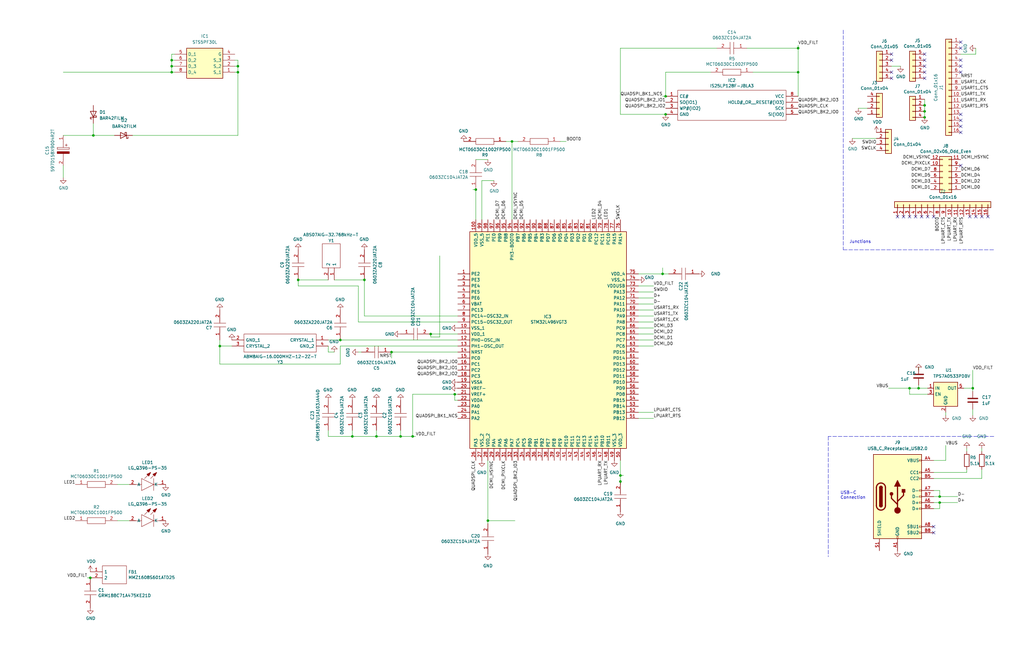
<source format=kicad_sch>
(kicad_sch (version 20231120) (generator "eeschema") (generator_version "8.0")
  (paper "User" 431.8 279.4)
  (junction (at 158.75 184.15))
  (junction (at 125.73 118.11))
  (junction (at 261.62 200.66))
  (junction (at 173.99 184.15))
  (junction (at 279.4 115.57))
  (junction (at 387.35 163.83))
  (junction (at 100.33 30.48))
  (junction (at 181.61 140.97))
  (junction (at 280.67 40.64))
  (junction (at 72.39 25.4))
  (junction (at 200.66 80.01))
  (junction (at 39.37 57.15))
  (junction (at 165.1 148.59))
  (junction (at 100.33 27.94))
  (junction (at 215.9 59.69))
  (junction (at 38.1 243.84))
  (junction (at 168.91 184.15))
  (junction (at 396.24 209.55))
  (junction (at 389.89 49.53))
  (junction (at 153.67 118.11))
  (junction (at 383.54 163.83))
  (junction (at 280.67 48.26))
  (junction (at 389.89 46.99))
  (junction (at 389.89 44.45))
  (junction (at 191.77 166.37))
  (junction (at 143.51 143.51))
  (junction (at 410.21 163.83))
  (junction (at 92.71 146.05))
  (junction (at 72.39 30.48))
  (junction (at 72.39 27.94))
  (junction (at 261.62 203.2))
  (junction (at 396.24 212.09))
  (junction (at 148.59 184.15))
  (junction (at 336.55 20.32))
  (junction (at 205.74 219.71))
  (junction (at 336.55 30.48))
  (no_connect (at 393.7 91.44))
  (no_connect (at 405.13 69.85))
  (no_connect (at 414.02 91.44))
  (no_connect (at 405.13 50.8))
  (no_connect (at 405.13 27.94))
  (no_connect (at 389.89 22.86))
  (no_connect (at 389.89 33.02))
  (no_connect (at 391.16 91.44))
  (no_connect (at 416.56 91.44))
  (no_connect (at 386.08 91.44))
  (no_connect (at 383.54 91.44))
  (no_connect (at 375.92 33.02))
  (no_connect (at 375.92 25.4))
  (no_connect (at 405.13 30.48))
  (no_connect (at 405.13 17.78))
  (no_connect (at 393.7 224.79))
  (no_connect (at 393.7 222.25))
  (no_connect (at 388.62 91.44))
  (no_connect (at 378.46 91.44))
  (no_connect (at 411.48 91.44))
  (no_connect (at 405.13 48.26))
  (no_connect (at 375.92 30.48))
  (no_connect (at 389.89 27.94))
  (no_connect (at 405.13 55.88))
  (no_connect (at 408.94 91.44))
  (no_connect (at 375.92 22.86))
  (no_connect (at 405.13 25.4))
  (no_connect (at 381 91.44))
  (no_connect (at 405.13 20.32))
  (no_connect (at 389.89 25.4))
  (no_connect (at 389.89 30.48))
  (no_connect (at 405.13 53.34))
  (wire (pts (xy 389.89 49.53) (xy 389.89 46.99)))
  (wire (pts (xy 100.33 30.48) (xy 99.06 30.48)))
  (wire (pts (xy 165.1 151.13) (xy 165.1 148.59)))
  (wire (pts (xy 359.41 58.42) (xy 369.57 58.42)))
  (wire (pts (xy 261.62 48.26) (xy 261.62 20.32)))
  (wire (pts (xy 173.99 184.15) (xy 168.91 184.15)))
  (wire (pts (xy 396.24 212.09) (xy 403.86 212.09)))
  (wire (pts (xy 72.39 27.94) (xy 73.66 27.94)))
  (wire (pts (xy 39.37 57.15) (xy 48.26 57.15)))
  (wire (pts (xy 143.51 146.05) (xy 193.04 146.05)))
  (wire (pts (xy 410.21 163.83) (xy 410.21 165.1)))
  (wire (pts (xy 383.54 166.37) (xy 383.54 163.83)))
  (wire (pts (xy 38.1 243.84) (xy 36.83 243.84)))
  (wire (pts (xy 200.66 80.01) (xy 199.39 80.01)))
  (wire (pts (xy 261.62 200.66) (xy 262.89 200.66)))
  (polyline (pts (xy 349.25 184.15) (xy 349.25 234.95)) (stroke (width 0) (type dash)))
  (wire (pts (xy 275.59 143.51) (xy 269.24 143.51)))
  (wire (pts (xy 391.16 166.37) (xy 383.54 166.37)))
  (wire (pts (xy 275.59 125.73) (xy 269.24 125.73)))
  (wire (pts (xy 275.59 130.81) (xy 269.24 130.81)))
  (wire (pts (xy 280.67 40.64) (xy 279.4 40.64)))
  (wire (pts (xy 215.9 59.69) (xy 215.9 92.71)))
  (wire (pts (xy 72.39 25.4) (xy 73.66 25.4)))
  (polyline (pts (xy 355.6 105.41) (xy 419.1 105.41)) (stroke (width 0) (type dash)))
  (wire (pts (xy 205.74 219.71) (xy 217.17 219.71)))
  (wire (pts (xy 151.13 135.89) (xy 193.04 135.89)))
  (wire (pts (xy 72.39 25.4) (xy 72.39 27.94)))
  (wire (pts (xy 200.66 67.31) (xy 205.74 67.31)))
  (wire (pts (xy 396.24 209.55) (xy 403.86 209.55)))
  (wire (pts (xy 275.59 133.35) (xy 269.24 133.35)))
  (wire (pts (xy 100.33 27.94) (xy 100.33 30.48)))
  (wire (pts (xy 407.67 189.23) (xy 407.67 190.5)))
  (wire (pts (xy 215.9 59.69) (xy 218.44 59.69)))
  (wire (pts (xy 151.13 148.59) (xy 152.4 148.59)))
  (wire (pts (xy 72.39 30.48) (xy 73.66 30.48)))
  (wire (pts (xy 191.77 166.37) (xy 193.04 166.37)))
  (wire (pts (xy 393.7 194.31) (xy 398.78 194.31)))
  (wire (pts (xy 275.59 173.99) (xy 269.24 173.99)))
  (wire (pts (xy 336.55 20.32) (xy 336.55 30.48)))
  (wire (pts (xy 407.67 199.39) (xy 407.67 198.12)))
  (wire (pts (xy 181.61 142.24) (xy 181.61 140.97)))
  (wire (pts (xy 261.62 20.32) (xy 302.26 20.32)))
  (wire (pts (xy 49.53 219.71) (xy 54.61 219.71)))
  (wire (pts (xy 410.21 156.21) (xy 410.21 163.83)))
  (wire (pts (xy 336.55 40.64) (xy 336.55 30.48)))
  (wire (pts (xy 275.59 146.05) (xy 269.24 146.05)))
  (wire (pts (xy 389.89 44.45) (xy 389.89 41.91)))
  (wire (pts (xy 173.99 184.15) (xy 173.99 166.37)))
  (wire (pts (xy 138.43 118.11) (xy 125.73 118.11)))
  (wire (pts (xy 414.02 189.23) (xy 414.02 190.5)))
  (wire (pts (xy 158.75 181.61) (xy 158.75 184.15)))
  (wire (pts (xy 55.88 57.15) (xy 100.33 57.15)))
  (wire (pts (xy 39.37 52.07) (xy 39.37 57.15)))
  (wire (pts (xy 203.2 92.71) (xy 203.2 76.2)))
  (wire (pts (xy 26.67 74.93) (xy 26.67 69.85)))
  (wire (pts (xy 393.7 199.39) (xy 407.67 199.39)))
  (wire (pts (xy 398.78 175.26) (xy 398.78 173.99)))
  (wire (pts (xy 185.42 142.24) (xy 181.61 142.24)))
  (wire (pts (xy 280.67 48.26) (xy 261.62 48.26)))
  (wire (pts (xy 140.97 148.59) (xy 138.43 148.59)))
  (wire (pts (xy 398.78 194.31) (xy 398.78 187.96)))
  (wire (pts (xy 261.62 200.66) (xy 261.62 203.2)))
  (wire (pts (xy 143.51 153.67) (xy 92.71 153.67)))
  (wire (pts (xy 275.59 123.19) (xy 269.24 123.19)))
  (wire (pts (xy 379.73 27.94) (xy 375.92 27.94)))
  (wire (pts (xy 99.06 27.94) (xy 100.33 27.94)))
  (wire (pts (xy 393.7 214.63) (xy 396.24 214.63)))
  (wire (pts (xy 275.59 140.97) (xy 269.24 140.97)))
  (wire (pts (xy 275.59 135.89) (xy 269.24 135.89)))
  (polyline (pts (xy 419.1 184.15) (xy 349.25 184.15)) (stroke (width 0) (type dash)))
  (wire (pts (xy 387.35 163.83) (xy 391.16 163.83)))
  (wire (pts (xy 165.1 148.59) (xy 193.04 148.59)))
  (wire (pts (xy 205.74 194.31) (xy 205.74 219.71)))
  (wire (pts (xy 393.7 212.09) (xy 396.24 212.09)))
  (wire (pts (xy 387.35 154.94) (xy 387.35 156.21)))
  (wire (pts (xy 336.55 30.48) (xy 317.5 30.48)))
  (wire (pts (xy 97.79 146.05) (xy 92.71 146.05)))
  (wire (pts (xy 173.99 184.15) (xy 175.26 184.15)))
  (wire (pts (xy 26.67 30.48) (xy 72.39 30.48)))
  (wire (pts (xy 138.43 148.59) (xy 138.43 146.05)))
  (wire (pts (xy 73.66 22.86) (xy 72.39 22.86)))
  (wire (pts (xy 279.4 115.57) (xy 281.94 115.57)))
  (wire (pts (xy 49.53 204.47) (xy 54.61 204.47)))
  (wire (pts (xy 405.13 22.86) (xy 411.48 22.86)))
  (wire (pts (xy 92.71 146.05) (xy 92.71 143.51)))
  (wire (pts (xy 148.59 181.61) (xy 148.59 184.15)))
  (wire (pts (xy 365.76 45.72) (xy 361.95 45.72)))
  (wire (pts (xy 138.43 184.15) (xy 138.43 181.61)))
  (wire (pts (xy 191.77 168.91) (xy 191.77 166.37)))
  (wire (pts (xy 406.4 163.83) (xy 410.21 163.83)))
  (wire (pts (xy 72.39 22.86) (xy 72.39 25.4)))
  (wire (pts (xy 387.35 162.56) (xy 387.35 163.83)))
  (wire (pts (xy 153.67 118.11) (xy 140.97 118.11)))
  (wire (pts (xy 205.74 219.71) (xy 205.74 220.98)))
  (wire (pts (xy 100.33 57.15) (xy 100.33 30.48)))
  (wire (pts (xy 275.59 176.53) (xy 269.24 176.53)))
  (wire (pts (xy 191.77 166.37) (xy 173.99 166.37)))
  (wire (pts (xy 383.54 163.83) (xy 387.35 163.83)))
  (wire (pts (xy 168.91 181.61) (xy 168.91 184.15)))
  (wire (pts (xy 185.42 107.95) (xy 185.42 142.24)))
  (wire (pts (xy 374.65 163.83) (xy 383.54 163.83)))
  (wire (pts (xy 92.71 153.67) (xy 92.71 146.05)))
  (wire (pts (xy 275.59 138.43) (xy 269.24 138.43)))
  (wire (pts (xy 143.51 146.05) (xy 143.51 153.67)))
  (wire (pts (xy 280.67 30.48) (xy 299.72 30.48)))
  (wire (pts (xy 389.89 46.99) (xy 389.89 44.45)))
  (wire (pts (xy 148.59 184.15) (xy 138.43 184.15)))
  (wire (pts (xy 200.66 92.71) (xy 200.66 80.01)))
  (wire (pts (xy 275.59 128.27) (xy 269.24 128.27)))
  (wire (pts (xy 213.36 59.69) (xy 215.9 59.69)))
  (wire (pts (xy 151.13 135.89) (xy 151.13 120.65)))
  (wire (pts (xy 280.67 40.64) (xy 280.67 30.48)))
  (wire (pts (xy 414.02 201.93) (xy 414.02 198.12)))
  (wire (pts (xy 279.4 113.03) (xy 279.4 115.57)))
  (wire (pts (xy 393.7 207.01) (xy 396.24 207.01)))
  (wire (pts (xy 181.61 140.97) (xy 193.04 140.97)))
  (wire (pts (xy 125.73 120.65) (xy 125.73 118.11)))
  (wire (pts (xy 143.51 143.51) (xy 193.04 143.51)))
  (wire (pts (xy 396.24 212.09) (xy 396.24 214.63)))
  (wire (pts (xy 99.06 25.4) (xy 100.33 25.4)))
  (polyline (pts (xy 355.6 12.7) (xy 355.6 105.41)) (stroke (width 0) (type dash)))
  (wire (pts (xy 193.04 168.91) (xy 191.77 168.91)))
  (wire (pts (xy 411.48 22.86) (xy 411.48 20.32)))
  (wire (pts (xy 143.51 143.51) (xy 138.43 143.51)))
  (wire (pts (xy 396.24 209.55) (xy 393.7 209.55)))
  (wire (pts (xy 269.24 115.57) (xy 279.4 115.57)))
  (wire (pts (xy 100.33 25.4) (xy 100.33 27.94)))
  (wire (pts (xy 393.7 201.93) (xy 414.02 201.93)))
  (wire (pts (xy 261.62 203.2) (xy 261.62 204.47)))
  (wire (pts (xy 238.76 59.69) (xy 236.22 59.69)))
  (wire (pts (xy 168.91 184.15) (xy 158.75 184.15)))
  (wire (pts (xy 203.2 76.2) (xy 208.28 76.2)))
  (wire (pts (xy 151.13 120.65) (xy 125.73 120.65)))
  (wire (pts (xy 275.59 120.65) (xy 269.24 120.65)))
  (wire (pts (xy 261.62 194.31) (xy 261.62 200.66)))
  (wire (pts (xy 314.96 20.32) (xy 336.55 20.32)))
  (wire (pts (xy 410.21 175.26) (xy 410.21 172.72)))
  (wire (pts (xy 72.39 27.94) (xy 72.39 30.48)))
  (wire (pts (xy 336.55 20.32) (xy 336.55 19.05)))
  (wire (pts (xy 153.67 133.35) (xy 153.67 118.11)))
  (wire (pts (xy 153.67 133.35) (xy 193.04 133.35)))
  (wire (pts (xy 158.75 184.15) (xy 148.59 184.15)))
  (wire (pts (xy 26.67 57.15) (xy 39.37 57.15)))
  (wire (pts (xy 396.24 207.01) (xy 396.24 209.55)))
  (text "Junctions" (at 358.14 102.87 0) (effects (font (size 1.27 1.27)) (justify left bottom)))
  (text "USB-C \nConnection" (at 354.33 210.82 0) (effects (font (size 1.27 1.27)) (justify left bottom)))
  (label "LPUART_TX" (at 401.32 91.44 270))
  (label "D-" (at 403.86 209.55 0))
  (label "QUADSPI_BK2_IO0" (at 193.04 153.67 180))
  (label "QUADSPI_BK2_IO1" (at 280.67 43.18 180))
  (label "USART1_CTS" (at 405.13 38.1 0))
  (label "DCMI_D0" (at 405.13 80.01 0))
  (label "DCMI_D6" (at 405.13 72.39 0))
  (label "VDD_FILT" (at 175.26 184.15 0))
  (label "QUADSPI_BK2_IO2" (at 193.04 158.75 180))
  (label "VBUS" (at 398.78 187.96 0))
  (label "USART1_RX" (at 405.13 43.18 0))
  (label "QUADSPI_BK2_IO1" (at 193.04 156.21 180))
  (label "DCMI_PIXCLK" (at 213.36 194.31 270))
  (label "SWCLK" (at 261.62 92.71 90))
  (label "DCMI_D0" (at 275.59 146.05 0))
  (label "DCMI_D2" (at 405.13 77.47 0))
  (label "DCMI_D5" (at 220.98 92.71 90))
  (label "VDD_FILT" (at 36.83 243.84 180))
  (label "NRST" (at 405.13 33.02 0))
  (label "DCMI_D2" (at 275.59 140.97 0))
  (label "DCMI_D1" (at 392.43 80.01 180))
  (label "DCMI_PIXCLK" (at 392.43 69.85 180))
  (label "DCMI_D3" (at 392.43 77.47 180))
  (label "LED2" (at 31.75 219.71 180))
  (label "D+" (at 403.86 212.09 0))
  (label "QUADSPI_CLK" (at 200.66 194.31 270))
  (label "LPUART_RX" (at 403.86 91.44 270))
  (label "D+" (at 275.59 125.73 0))
  (label "QUADSPI_BK2_IO2" (at 280.67 45.72 180))
  (label "VBUS" (at 374.65 163.83 180))
  (label "LPUART_RTS" (at 275.59 176.53 0))
  (label "DCMI_D1" (at 275.59 143.51 0))
  (label "VDD_FILT" (at 275.59 120.65 0))
  (label "VDD_FILT" (at 336.55 19.05 0))
  (label "BOOT0" (at 396.24 91.44 270))
  (label "QUADSPI_BK2_IO3" (at 218.44 194.31 270))
  (label "QUADSPI_CLK" (at 336.55 45.72 0))
  (label "QUADSPI_BK2_IO3" (at 336.55 43.18 0))
  (label "LPUART_RTS" (at 406.4 91.44 270))
  (label "DCMI_D7" (at 392.43 72.39 180))
  (label "DCMI_VSYNC" (at 392.43 67.31 180))
  (label "VDD_FILT" (at 410.21 156.21 0))
  (label "BOOT0" (at 238.76 59.69 0))
  (label "SWDIO" (at 275.59 123.19 0))
  (label "DCMI_D4" (at 405.13 74.93 0))
  (label "DCMI_D3" (at 275.59 138.43 0))
  (label "USART1_CK" (at 405.13 35.56 0))
  (label "LPUART_TX" (at 256.54 194.31 270))
  (label "DCMI_VSYNC" (at 218.44 92.71 90))
  (label "USART1_TX" (at 275.59 133.35 0))
  (label "LED1" (at 31.75 204.47 180))
  (label "LPUART_RX" (at 254 194.31 270))
  (label "SWCLK" (at 369.57 63.5 180))
  (label "DCMI_D6" (at 213.36 92.71 90))
  (label "DCMI_D7" (at 210.82 92.71 90))
  (label "DCMI_HSYNC" (at 208.28 194.31 270))
  (label "DCMI_D5" (at 392.43 74.93 180))
  (label "DCMI_HSYNC" (at 405.13 67.31 0))
  (label "LED2" (at 251.46 92.71 90))
  (label "DCMI_D4" (at 254 92.71 90))
  (label "SWDIO" (at 369.57 60.96 180))
  (label "D-" (at 275.59 128.27 0))
  (label "USART1_TX" (at 405.13 40.64 0))
  (label "USART1_RTS" (at 405.13 45.72 0))
  (label "USART1_CK" (at 275.59 135.89 0))
  (label "LPUART_CTS" (at 275.59 173.99 0))
  (label "QUADSPI_BK2_IO0" (at 336.55 48.26 0))
  (label "LED1" (at 256.54 92.71 90))
  (label "USART1_RX" (at 275.59 130.81 0))
  (label "NRST" (at 165.1 151.13 180))
  (label "LPUART_CTS" (at 398.78 91.44 270))
  (label "QUADSPI_BK1_NCS" (at 193.04 176.53 180))
  (label "QUADSPI_BK1_NCS" (at 279.4 40.64 180))
  (symbol (lib_id "ta-expt:597D158X9004R2T") (at 26.67 57.15 270) (unit 1)
    (property "Reference" "C15" (at 19.8882 63.5 0))
    (property "Value" "597D158X9004R2T" (at 22.1996 63.5 0))
    (property "Footprint" "ta-expt:CAPPC5660X400N" (effects (hide yes)))
    (property "Datasheet" "http://www.vishay.com/doc?40047" (effects (hide yes)))
    (property "Description" "Solid Tantalum Chip Capacitors TANTAMOUNT(TM), Ultra-Low ESR, Conformal Coated, Maximum CV" (effects (hide yes)))
    (property "Height" "4" (effects (hide yes)))
    (property "Manufacturer_Name" "Vishay" (effects (hide yes)))
    (property "Manufacturer_Part_Number" "597D158X9004R2T" (effects (hide yes)))
    (property "Arrow Part Number" "597D158X9004R2T" (effects (hide yes)))
    (property "Arrow Price/Stock" "https://www.arrow.com/en/products/597d158x9004r2t/vishay" (effects (hide yes)))
    (property "Mouser Part Number" "71-597D158X9004R2T" (effects (hide yes)))
    (property "Mouser Price/Stock" "https://www.mouser.com/Search/Refine.aspx?Keyword=71-597D158X9004R2T" (effects (hide yes)))
  )
  (symbol (lib_id "power:GND") (at 26.67 74.93 0) (unit 1)
    (property "Reference" "#PWR02" (effects (hide yes)))
    (property "Value" "GND" (at 26.797 79.3242 0))
  )
  (symbol (lib_id "ta-expt:IS25LP128F-JBLA3") (at 280.67 40.64 0) (unit 1)
    (property "Reference" "IC2" (at 308.61 33.909 0))
    (property "Value" "IS25LP128F-JBLA3" (at 308.61 36.2204 0))
    (property "Footprint" "ta-expt:SOIC127P790X216-8N" (effects (hide yes)))
    (property "Datasheet" "http://www.issi.com/WW/pdf/25LP-WP128F.pdf" (effects (hide yes)))
    (property "Description" "NOR Flash 128M 2.3-3.6V 166Mhz Serial NOR Flash" (effects (hide yes)))
    (property "Height" "2.16" (effects (hide yes)))
    (property "Manufacturer_Name" "Integrated Silicon Solution Inc." (effects (hide yes)))
    (property "Manufacturer_Part_Number" "IS25LP128F-JBLA3" (effects (hide yes)))
    (property "Arrow Part Number" "IS25LP128F-JBLA3" (effects (hide yes)))
    (property "Arrow Price/Stock" "https://www.arrow.com/en/products/is25lp128f-jbla3/integrated-silicon-solution-inc" (effects (hide yes)))
    (property "Mouser Part Number" "870-IS25LP128F-JBLA3" (effects (hide yes)))
    (property "Mouser Price/Stock" "https://www.mouser.co.uk/ProductDetail/ISSI/IS25LP128F-JBLA3?qs=f9yNj16SXrJUIEEJAN4gHA%3D%3D" (effects (hide yes)))
  )
  (symbol (lib_id "ta-expt:0603ZC104JAT2A") (at 314.96 20.32 0) (mirror y) (unit 1)
    (property "Reference" "C14" (at 308.61 13.589 0))
    (property "Value" "0603ZC104JAT2A" (at 308.61 15.9004 0))
    (property "Footprint" "ta-expt:CAPC1608X90N" (effects (hide yes)))
    (property "Datasheet" "https://componentsearchengine.com/Datasheets/1/06031A100FAT2A.pdf" (effects (hide yes)))
    (property "Description" "Multilayer Ceramic Capacitors MLCC - SMD/SMT 10V .1uF X7R 0603 5%" (effects (hide yes)))
    (property "Height" "0.9" (effects (hide yes)))
    (property "Manufacturer_Name" "AVX" (effects (hide yes)))
    (property "Manufacturer_Part_Number" "0603ZC104JAT2A" (effects (hide yes)))
    (property "Arrow Part Number" "0603ZC104JAT2A" (effects (hide yes)))
    (property "Mouser Part Number" "581-0603ZC104JAT2A" (effects (hide yes)))
    (property "Mouser Price/Stock" "https://www.mouser.com/Search/Refine.aspx?Keyword=581-0603ZC104JAT2A" (effects (hide yes)))
  )
  (symbol (lib_id "ta-expt:MCT06030C1002FP500") (at 317.5 30.48 0) (mirror y) (unit 1)
    (property "Reference" "R5" (at 308.61 24.765 0))
    (property "Value" "MCT06030C1002FP500" (at 308.61 27.0764 0))
    (property "Footprint" "ta-expt:RESC1608X55N" (effects (hide yes)))
    (property "Datasheet" "http://www.vishay.com/docs/28705/mcx0x0xpro.pdf" (effects (hide yes)))
    (property "Description" "Thin Film Resistors - SMD .1W 10Kohms 1% 0603 50ppm Auto" (effects (hide yes)))
    (property "Height" "0.55" (effects (hide yes)))
    (property "Manufacturer_Name" "Vishay" (effects (hide yes)))
    (property "Manufacturer_Part_Number" "MCT06030C1002FP500" (effects (hide yes)))
    (property "Arrow Part Number" "MCT06030C1002FP500" (effects (hide yes)))
    (property "Mouser Part Number" "594-MCT06030C1002FP5" (effects (hide yes)))
    (property "Mouser Price/Stock" "https://www.mouser.co.uk/ProductDetail/Vishay-Beyschlag/MCT06030C1002FP500?qs=Wvg1umJc15zoHgIjwqoGHw%3D%3D" (effects (hide yes)))
  )
  (symbol (lib_id "Connector_Generic:Conn_01x16") (at 396.24 86.36 90) (unit 1)
    (property "Reference" "J2" (at 397.6116 80.8482 90))
    (property "Value" "Conn_01x16" (at 397.6116 83.1596 90))
    (property "Footprint" "ta-expt:PinSocket_1x16_TartanArtibeus" (effects (hide yes)))
  )
  (symbol (lib_id "Connector_Generic:Conn_01x16") (at 400.05 35.56 0) (mirror y) (unit 1)
    (property "Reference" "J1" (at 396.875 36.9316 90))
    (property "Value" "Conn_01x16" (at 394.5636 36.9316 90))
    (property "Footprint" "ta-expt:PinSocket_1x16_TartanArtibeus" (effects (hide yes)))
  )
  (symbol (lib_id "power:GND") (at 411.48 20.32 270) (unit 1)
    (property "Reference" "#PWR031" (effects (hide yes)))
    (property "Value" "GND" (at 407.0858 20.447 0))
  )
  (symbol (lib_id "Connector_Generic:Conn_02x06_Odd_Even") (at 400.05 74.93 180) (unit 1)
    (property "Reference" "J8" (at 398.78 61.595 0))
    (property "Value" "Conn_02x06_Odd_Even" (at 398.78 63.9064 0))
    (property "Footprint" "ta-expt:PinSocket_6x2_TartanArtibeus" (effects (hide yes)))
  )
  (symbol (lib_id "ta-expt:MCT06030C1001FP500") (at 31.75 204.47 0) (unit 1)
    (property "Reference" "R1" (at 40.64 198.755 0))
    (property "Value" "MCT06030C1001FP500" (at 40.64 201.0664 0))
    (property "Footprint" "ta-expt:RESC1608X55N" (effects (hide yes)))
    (property "Datasheet" "http://www.vishay.com/docs/28705/mcx0x0xpro.pdf" (effects (hide yes)))
    (property "Description" "Thin Film Resistors - SMD .1W 1Kohm 1% 0603 50ppm Auto" (effects (hide yes)))
    (property "Height" "0.55" (effects (hide yes)))
    (property "Manufacturer_Name" "Vishay" (effects (hide yes)))
    (property "Manufacturer_Part_Number" "MCT06030C1001FP500" (effects (hide yes)))
    (property "Arrow Part Number" "MCT06030C1001FP500" (effects (hide yes)))
    (property "Mouser Part Number" "594-MCT06030C1001FP5" (effects (hide yes)))
    (property "Mouser Price/Stock" "https://www.mouser.co.uk/ProductDetail/Vishay-Beyschlag/MCT06030C1001FP500?qs=7ZE6F4QMOBbsjeUdqW8cwA%3D%3D" (effects (hide yes)))
  )
  (symbol (lib_id "ta-expt:MCT06030C1001FP500") (at 31.75 219.71 0) (unit 1)
    (property "Reference" "R2" (at 40.64 213.995 0))
    (property "Value" "MCT06030C1001FP500" (at 40.64 216.3064 0))
    (property "Footprint" "ta-expt:RESC1608X55N" (effects (hide yes)))
    (property "Datasheet" "http://www.vishay.com/docs/28705/mcx0x0xpro.pdf" (effects (hide yes)))
    (property "Description" "Thin Film Resistors - SMD .1W 1Kohm 1% 0603 50ppm Auto" (effects (hide yes)))
    (property "Height" "0.55" (effects (hide yes)))
    (property "Manufacturer_Name" "Vishay" (effects (hide yes)))
    (property "Manufacturer_Part_Number" "MCT06030C1001FP500" (effects (hide yes)))
    (property "Arrow Part Number" "MCT06030C1001FP500" (effects (hide yes)))
    (property "Mouser Part Number" "594-MCT06030C1001FP5" (effects (hide yes)))
    (property "Mouser Price/Stock" "https://www.mouser.co.uk/ProductDetail/Vishay-Beyschlag/MCT06030C1001FP500?qs=7ZE6F4QMOBbsjeUdqW8cwA%3D%3D" (effects (hide yes)))
  )
  (symbol (lib_id "ta-expt:LG_Q396-PS-35") (at 69.85 204.47 0) (mirror y) (unit 1)
    (property "Reference" "LED1" (at 62.23 195.1482 0))
    (property "Value" "LG_Q396-PS-35" (at 62.23 197.4596 0))
    (property "Footprint" "ta-expt:LGQ396PS35" (effects (hide yes)))
    (property "Datasheet" "https://mouser.componentsearchengine.com/Datasheets/2/LG%20Q396-PS-35.pdf" (effects (hide yes)))
    (property "Description" "CHIPLED 0603 GREEN" (effects (hide yes)))
    (property "Height" "0.4" (effects (hide yes)))
    (property "Manufacturer_Name" "OSRAM" (effects (hide yes)))
    (property "Manufacturer_Part_Number" "LG Q396-PS-35" (effects (hide yes)))
    (property "Arrow Part Number" "LG Q396-PS-35" (effects (hide yes)))
    (property "Arrow Price/Stock" "https://www.arrow.com/en/products/lgq396-ps-35/osram-opto-semiconductors" (effects (hide yes)))
    (property "Mouser Part Number" "720-LGQ396A3964" (effects (hide yes)))
    (property "Mouser Price/Stock" "https://www.mouser.co.uk/ProductDetail/OSRAM-Opto-Semiconductors/LG-Q396-PS-35?qs=xC%252BE9h5iuX5%252BCocujXxOpw%3D%3D" (effects (hide yes)))
  )
  (symbol (lib_id "power:GND") (at 69.85 204.47 0) (unit 1)
    (property "Reference" "#PWR06" (effects (hide yes)))
    (property "Value" "GND" (at 69.977 208.8642 0))
  )
  (symbol (lib_id "ta-expt:LG_Q396-PS-35") (at 69.85 219.71 0) (mirror y) (unit 1)
    (property "Reference" "LED2" (at 62.23 210.3882 0))
    (property "Value" "LG_Q396-PS-35" (at 62.23 212.6996 0))
    (property "Footprint" "ta-expt:LGQ396PS35" (effects (hide yes)))
    (property "Datasheet" "https://mouser.componentsearchengine.com/Datasheets/2/LG%20Q396-PS-35.pdf" (effects (hide yes)))
    (property "Description" "CHIPLED 0603 GREEN" (effects (hide yes)))
    (property "Height" "0.4" (effects (hide yes)))
    (property "Manufacturer_Name" "OSRAM" (effects (hide yes)))
    (property "Manufacturer_Part_Number" "LG Q396-PS-35" (effects (hide yes)))
    (property "Arrow Part Number" "LG Q396-PS-35" (effects (hide yes)))
    (property "Arrow Price/Stock" "https://www.arrow.com/en/products/lgq396-ps-35/osram-opto-semiconductors" (effects (hide yes)))
    (property "Mouser Part Number" "720-LGQ396A3964" (effects (hide yes)))
    (property "Mouser Price/Stock" "https://www.mouser.co.uk/ProductDetail/OSRAM-Opto-Semiconductors/LG-Q396-PS-35?qs=xC%252BE9h5iuX5%252BCocujXxOpw%3D%3D" (effects (hide yes)))
  )
  (symbol (lib_id "power:GND") (at 69.85 219.71 0) (unit 1)
    (property "Reference" "#PWR07" (effects (hide yes)))
    (property "Value" "GND" (at 69.977 224.1042 0))
  )
  (symbol (lib_id "Connector_Generic:Conn_01x04") (at 374.65 58.42 0) (unit 1)
    (property "Reference" "J4" (at 376.682 58.6232 0) (effects (justify left)))
    (property "Value" "Conn_01x04" (at 376.682 60.9346 0) (effects (justify left)))
    (property "Footprint" "ta-expt:PinSocket_4x1_TartanArtibeus" (effects (hide yes)))
  )
  (symbol (lib_id "power:GND") (at 359.41 58.42 0) (unit 1)
    (property "Reference" "#PWR01" (effects (hide yes)))
    (property "Value" "GND" (at 359.537 62.8142 0))
  )
  (symbol (lib_id "Connector_Generic:Conn_01x04") (at 370.84 45.72 0) (mirror x) (unit 1)
    (property "Reference" "J3" (at 368.7572 34.925 0))
    (property "Value" "Conn_01x04" (at 368.7572 37.2364 0))
    (property "Footprint" "ta-expt:PinSocket_4x1_TartanArtibeus" (effects (hide yes)))
  )
  (symbol (lib_id "power:VDD") (at 369.57 55.88 0) (unit 1)
    (property "Reference" "#PWR03" (effects (hide yes)))
    (property "Value" "VDD" (at 369.951 51.4858 0))
  )
  (symbol (lib_id "ta-expt:MMZ1608S601ATD25") (at 38.1 241.3 0) (unit 1)
    (property "Reference" "FB1" (at 54.0512 241.4016 0) (effects (justify left)))
    (property "Value" "MMZ1608S601ATD25" (at 54.0512 243.713 0) (effects (justify left)))
    (property "Footprint" "ta-expt:BEADC1608X95N" (effects (hide yes)))
    (property "Datasheet" "https://datasheet.datasheetarchive.com/originals/dk/DKDS-25/489214.pdf" (effects (hide yes)))
    (property "Description" "Ferrite Beads Multi-Layer 600Ohm 25% 100MHz 500mA 350mOhm DCR 0603 Automotive T/R" (effects (hide yes)))
    (property "Height" "0.95" (effects (hide yes)))
    (property "Manufacturer_Name" "TDK" (effects (hide yes)))
    (property "Manufacturer_Part_Number" "MMZ1608S601ATD25" (effects (hide yes)))
    (property "Arrow Part Number" "MMZ1608S601ATD25" (effects (hide yes)))
    (property "Arrow Price/Stock" "https://www.arrow.com/en/products/mmz1608s601atd25/tdk" (effects (hide yes)))
    (property "Mouser Part Number" "810-MMZ1608S601ATD25" (effects (hide yes)))
    (property "Mouser Price/Stock" "https://www.mouser.com/Search/Refine.aspx?Keyword=810-MMZ1608S601ATD25" (effects (hide yes)))
  )
  (symbol (lib_id "Connector_Generic:Conn_01x05") (at 384.81 27.94 180) (unit 1)
    (property "Reference" "J5" (at 386.8928 17.145 0))
    (property "Value" "Conn_01x05" (at 386.8928 19.4564 0))
    (property "Footprint" "ta-expt:PinSocket_1x5_TartanArtibeus" (effects (hide yes)))
  )
  (symbol (lib_id "ta-expt:GRM188C71A475KE21D") (at 38.1 243.84 270) (unit 1)
    (property "Reference" "C1" (at 41.3512 249.0216 90) (effects (justify left)))
    (property "Value" "GRM188C71A475KE21D" (at 41.3512 251.333 90) (effects (justify left)))
    (property "Footprint" "ta-expt:CAPC1608X90N" (effects (hide yes)))
    (property "Description" "Multilayer Ceramic Capacitors MLCC - SMD/SMT" (effects (hide yes)))
    (property "Height" "0.9" (effects (hide yes)))
    (property "Manufacturer_Name" "Murata Electronics" (effects (hide yes)))
    (property "Manufacturer_Part_Number" "GRM188C71A475KE21D" (effects (hide yes)))
    (property "Arrow Part Number" "GRM188C71A475KE21D" (effects (hide yes)))
    (property "Mouser Part Number" "81-GRM188C71A475KE2D" (effects (hide yes)))
    (property "Mouser Price/Stock" "https://www.mouser.com/Search/Refine.aspx?Keyword=81-GRM188C71A475KE2D" (effects (hide yes)))
  )
  (symbol (lib_id "power:GND") (at 38.1 256.54 0) (unit 1)
    (property "Reference" "#PWR09" (effects (hide yes)))
    (property "Value" "GND" (at 38.227 260.9342 0))
  )
  (symbol (lib_id "power:VDD") (at 38.1 241.3 0) (unit 1)
    (property "Reference" "#PWR08" (effects (hide yes)))
    (property "Value" "VDD" (at 38.481 236.9058 0))
  )
  (symbol (lib_id "Connector_Generic:Conn_01x05") (at 370.84 27.94 0) (mirror y) (unit 1)
    (property "Reference" "J6" (at 372.9228 17.3482 0))
    (property "Value" "Conn_01x05" (at 372.9228 19.6596 0))
    (property "Footprint" "ta-expt:PinSocket_1x5_TartanArtibeus" (effects (hide yes)))
  )
  (symbol (lib_id "power:GND") (at 361.95 45.72 0) (unit 1)
    (property "Reference" "#PWR032" (effects (hide yes)))
    (property "Value" "GND" (at 362.077 50.1142 0))
  )
  (symbol (lib_id "power:GND") (at 379.73 27.94 0) (unit 1)
    (property "Reference" "#PWR033" (effects (hide yes)))
    (property "Value" "GND" (at 379.857 32.3342 0))
  )
  (symbol (lib_id "power:GND") (at 280.67 48.26 0) (unit 1)
    (property "Reference" "#PWR029" (effects (hide yes)))
    (property "Value" "GND" (at 280.797 52.6542 0))
  )
  (symbol (lib_id "Connector_Generic:Conn_01x04") (at 384.81 44.45 0) (mirror y) (unit 1)
    (property "Reference" "J7" (at 386.8928 36.3982 0))
    (property "Value" "Conn_01x04" (at 386.8928 38.7096 0))
    (property "Footprint" "ta-expt:MountingHoles_TartanArtibeus" (effects (hide yes)))
  )
  (symbol (lib_id "power:GND") (at 389.89 49.53 0) (unit 1)
    (property "Reference" "#PWR030" (effects (hide yes)))
    (property "Value" "GND" (at 390.017 53.9242 0))
  )
  (symbol (lib_id "ta-expt:0603ZC105JAT2A") (at 168.91 181.61 90) (unit 1)
    (property "Reference" "C2" (at 162.179 175.26 0))
    (property "Value" "0603ZC105JAT2A" (at 164.4904 175.26 0))
    (property "Footprint" "ta-expt:CAPC1608X90N" (effects (hide yes)))
    (property "Datasheet" "https://componentsearchengine.com/Datasheets/1/06031A100FAT2A.pdf" (effects (hide yes)))
    (property "Description" "Multilayer Ceramic Capacitors MLCC - SMD/SMT FACTORY NOT ACCEPTING ORDERS" (effects (hide yes)))
    (property "Height" "0.9" (effects (hide yes)))
    (property "Manufacturer_Name" "AVX" (effects (hide yes)))
    (property "Manufacturer_Part_Number" "0603ZC105JAT2A" (effects (hide yes)))
    (property "Arrow Part Number" "0603ZC105JAT2A" (effects (hide yes)))
    (property "Arrow Price/Stock" "https://www.arrow.com/en/products/0603zc105jat2a/avx" (effects (hide yes)))
    (property "Mouser Part Number" "581-0603ZC105JAT2A" (effects (hide yes)))
    (property "Mouser Price/Stock" "https://www.mouser.com/Search/Refine.aspx?Keyword=581-0603ZC105JAT2A" (effects (hide yes)))
  )
  (symbol (lib_id "ta-expt:0603ZC104JAT2A") (at 205.74 233.68 270) (mirror x) (unit 1)
    (property "Reference" "C20" (at 202.4888 226.1616 90) (effects (justify right)))
    (property "Value" "0603ZC104JAT2A" (at 202.4888 228.473 90) (effects (justify right)))
    (property "Footprint" "ta-expt:CAPC1608X90N" (effects (hide yes)))
    (property "Datasheet" "https://componentsearchengine.com/Datasheets/1/06031A100FAT2A.pdf" (effects (hide yes)))
    (property "Description" "Multilayer Ceramic Capacitors MLCC - SMD/SMT 10V .1uF X7R 0603 5%" (effects (hide yes)))
    (property "Height" "0.9" (effects (hide yes)))
    (property "Manufacturer_Name" "AVX" (effects (hide yes)))
    (property "Manufacturer_Part_Number" "0603ZC104JAT2A" (effects (hide yes)))
    (property "Arrow Part Number" "0603ZC104JAT2A" (effects (hide yes)))
    (property "Mouser Part Number" "581-0603ZC104JAT2A" (effects (hide yes)))
    (property "Mouser Price/Stock" "https://www.mouser.com/Search/Refine.aspx?Keyword=581-0603ZC104JAT2A" (effects (hide yes)))
  )
  (symbol (lib_id "ta-expt:0603ZA220JAT2A") (at 125.73 118.11 90) (unit 1)
    (property "Reference" "C9" (at 118.999 111.76 0))
    (property "Value" "0603ZA220JAT2A" (at 121.3104 111.76 0))
    (property "Footprint" "ta-expt:CAPC1608X90N" (effects (hide yes)))
    (property "Datasheet" "https://componentsearchengine.com/Datasheets/1/06031A100FAT2A.pdf" (effects (hide yes)))
    (property "Description" "Multilayer Ceramic Capacitors MLCC - SMD/SMT 10V 22pF C0G 0603 5% Tol" (effects (hide yes)))
    (property "Height" "0.9" (effects (hide yes)))
    (property "Manufacturer_Name" "AVX" (effects (hide yes)))
    (property "Manufacturer_Part_Number" "0603ZA220JAT2A" (effects (hide yes)))
    (property "Arrow Part Number" "0603ZA220JAT2A" (effects (hide yes)))
    (property "Arrow Price/Stock" "https://www.arrow.com/en/products/0603za220jat2a/avx" (effects (hide yes)))
    (property "Mouser Part Number" "581-0603ZA220JAT2A" (effects (hide yes)))
    (property "Mouser Price/Stock" "https://www.mouser.com/Search/Refine.aspx?Keyword=581-0603ZA220JAT2A" (effects (hide yes)))
  )
  (symbol (lib_id "Device:R") (at 407.67 194.31 0) (unit 1)
    (property "Reference" "R6" (at 408.94 193.04 0) (effects (justify left)))
    (property "Value" "5.1k" (at 408.94 195.58 0) (effects (justify left)))
    (property "Footprint" "ta-expt:RESC1608X55N" (effects (hide yes)))
    (property "Datasheet" "MCT06030C5101FP500" (effects (hide yes)))
  )
  (symbol (lib_id "power:GND") (at 168.91 168.91 180) (unit 1)
    (property "Reference" "#PWR012" (effects (hide yes)))
    (property "Value" "GND" (at 168.783 164.5158 0))
  )
  (symbol (lib_name "GND_1") (lib_id "power:GND") (at 168.91 140.97 270) (unit 1)
    (property "Reference" "#PWR041" (effects (hide yes)))
    (property "Value" "GND" (at 166.37 140.9699 90) (effects (justify right)))
    (property "Description" "Power symbol creates a global label with name \"GND\" , ground" (effects (hide yes)))
  )
  (symbol (lib_id "ta-expt:0603ZC104JAT2A") (at 200.66 80.01 270) (mirror x) (unit 1)
    (property "Reference" "C18" (at 197.4088 72.4916 90) (effects (justify right)))
    (property "Value" "0603ZC104JAT2A" (at 197.4088 74.803 90) (effects (justify right)))
    (property "Footprint" "ta-expt:CAPC1608X90N" (effects (hide yes)))
    (property "Datasheet" "https://componentsearchengine.com/Datasheets/1/06031A100FAT2A.pdf" (effects (hide yes)))
    (property "Description" "Multilayer Ceramic Capacitors MLCC - SMD/SMT 10V .1uF X7R 0603 5%" (effects (hide yes)))
    (property "Height" "0.9" (effects (hide yes)))
    (property "Manufacturer_Name" "AVX" (effects (hide yes)))
    (property "Manufacturer_Part_Number" "0603ZC104JAT2A" (effects (hide yes)))
    (property "Arrow Part Number" "0603ZC104JAT2A" (effects (hide yes)))
    (property "Mouser Part Number" "581-0603ZC104JAT2A" (effects (hide yes)))
    (property "Mouser Price/Stock" "https://www.mouser.com/Search/Refine.aspx?Keyword=581-0603ZC104JAT2A" (effects (hide yes)))
  )
  (symbol (lib_id "ta-expt:0603ZC104JAT2A") (at 165.1 148.59 180) (unit 1)
    (property "Reference" "C5" (at 158.75 155.321 0))
    (property "Value" "0603ZC104JAT2A" (at 158.75 153.0096 0))
    (property "Footprint" "ta-expt:CAPC1608X90N" (effects (hide yes)))
    (property "Datasheet" "https://componentsearchengine.com/Datasheets/1/06031A100FAT2A.pdf" (effects (hide yes)))
    (property "Description" "Multilayer Ceramic Capacitors MLCC - SMD/SMT 10V .1uF X7R 0603 5%" (effects (hide yes)))
    (property "Height" "0.9" (effects (hide yes)))
    (property "Manufacturer_Name" "AVX" (effects (hide yes)))
    (property "Manufacturer_Part_Number" "0603ZC104JAT2A" (effects (hide yes)))
    (property "Arrow Part Number" "0603ZC104JAT2A" (effects (hide yes)))
    (property "Mouser Part Number" "581-0603ZC104JAT2A" (effects (hide yes)))
    (property "Mouser Price/Stock" "https://www.mouser.com/Search/Refine.aspx?Keyword=581-0603ZC104JAT2A" (effects (hide yes)))
  )
  (symbol (lib_id "power:GND") (at 387.35 156.21 180) (unit 1)
    (property "Reference" "#PWR0105" (effects (hide yes)))
    (property "Value" "GND" (at 389.89 154.9399 0) (effects (justify right)))
  )
  (symbol (lib_id "Diode:BAR42FILM") (at 39.37 48.26 90) (unit 1)
    (property "Reference" "D1" (at 41.91 47.3074 90) (effects (justify right)))
    (property "Value" "BAR42FILM" (at 41.91 49.8474 90) (effects (justify right)))
    (property "Footprint" "Package_TO_SOT_SMD:SOT-23" (effects (hide yes)))
    (property "Datasheet" "www.st.com/resource/en/datasheet/bar42.pdf" (effects (hide yes)))
    (property "Description" "30V 0.1A Small signal Schottky diode, SOT-23" (effects (hide yes)))
  )
  (symbol (lib_id "power:GND") (at 143.51 130.81 180) (unit 1)
    (property "Reference" "#PWR017" (effects (hide yes)))
    (property "Value" "GND" (at 143.383 126.4158 0))
  )
  (symbol (lib_name "GND_1") (lib_id "power:GND") (at 294.64 115.57 90) (unit 1)
    (property "Reference" "#PWR042" (effects (hide yes)))
    (property "Value" "GND" (at 299.72 115.5699 90) (effects (justify right)))
    (property "Description" "Power symbol creates a global label with name \"GND\" , ground" (effects (hide yes)))
  )
  (symbol (lib_id "STS5PF30L:STS5PF30L") (at 99.06 30.48 180) (unit 1)
    (property "Reference" "IC1" (at 86.36 15.24 0))
    (property "Value" "STS5PF30L" (at 86.36 17.78 0))
    (property "Footprint" "SOIC127P600X175-8N" (effects (hide yes)))
    (property "Datasheet" "http://www.st.com/st-web-ui/static/active/en/resource/technical/document/datasheet/CD00001945.pdf" (effects (hide yes)))
    (property "Description" "STS5PF30L, P-channel MOSFET Transistor 5A 30V, 8-Pin SO" (effects (hide yes)))
    (property "Height" "1.75" (effects (hide yes)))
    (property "Manufacturer_Name" "STMicroelectronics" (effects (hide yes)))
    (property "Manufacturer_Part_Number" "STS5PF30L" (effects (hide yes)))
    (property "Mouser Part Number" "511-STS5PF30L" (effects (hide yes)))
    (property "Mouser Price/Stock" "https://www.mouser.com/Search/Refine.aspx?Keyword=511-STS5PF30L" (effects (hide yes)))
    (property "Arrow Part Number" "STS5PF30L" (effects (hide yes)))
    (property "Arrow Price/Stock" "https://www.arrow.com/en/products/sts5pf30l/stmicroelectronics" (effects (hide yes)))
  )
  (symbol (lib_id "ta-expt:MCT06030C1002FP500") (at 213.36 59.69 180) (unit 1)
    (property "Reference" "R9" (at 204.47 65.405 0))
    (property "Value" "MCT06030C1002FP500" (at 204.47 63.0936 0))
    (property "Footprint" "ta-expt:RESC1608X55N" (effects (hide yes)))
    (property "Datasheet" "http://www.vishay.com/docs/28705/mcx0x0xpro.pdf" (effects (hide yes)))
    (property "Description" "Thin Film Resistors - SMD .1W 10Kohms 1% 0603 50ppm Auto" (effects (hide yes)))
    (property "Height" "0.55" (effects (hide yes)))
    (property "Manufacturer_Name" "Vishay" (effects (hide yes)))
    (property "Manufacturer_Part_Number" "MCT06030C1002FP500" (effects (hide yes)))
    (property "Arrow Part Number" "MCT06030C1002FP500" (effects (hide yes)))
    (property "Mouser Part Number" "594-MCT06030C1002FP5" (effects (hide yes)))
    (property "Mouser Price/Stock" "https://www.mouser.co.uk/ProductDetail/Vishay-Beyschlag/MCT06030C1002FP500?qs=Wvg1umJc15zoHgIjwqoGHw%3D%3D" (effects (hide yes)))
  )
  (symbol (lib_id "power:GND") (at 153.67 105.41 180) (unit 1)
    (property "Reference" "#PWR019" (effects (hide yes)))
    (property "Value" "GND" (at 153.543 101.0158 0))
  )
  (symbol (lib_id "power:GND") (at 414.02 189.23 180) (unit 1)
    (property "Reference" "#PWR0101" (effects (hide yes)))
    (property "Value" "GND" (at 414.02 184.15 0))
  )
  (symbol (lib_name "GND_1") (lib_id "power:GND") (at 203.2 194.31 0) (unit 1)
    (property "Reference" "#PWR037" (effects (hide yes)))
    (property "Value" "GND" (at 203.2 199.39 0))
    (property "Description" "Power symbol creates a global label with name \"GND\" , ground" (effects (hide yes)))
  )
  (symbol (lib_id "power:GND") (at 92.71 130.81 180) (unit 1)
    (property "Reference" "#PWR023" (effects (hide yes)))
    (property "Value" "GND" (at 92.583 126.4158 0))
  )
  (symbol (lib_id "power:GND") (at 125.73 105.41 180) (unit 1)
    (property "Reference" "#PWR021" (effects (hide yes)))
    (property "Value" "GND" (at 125.603 101.0158 0))
  )
  (symbol (lib_id "power:GND") (at 195.58 59.69 180) (unit 1)
    (property "Reference" "#PWR011" (effects (hide yes)))
    (property "Value" "GND" (at 195.453 55.2958 0))
  )
  (symbol (lib_id "Regulator_Linear:TPS7A0533PDBV") (at 398.78 166.37 0) (unit 1)
    (property "Reference" "U1" (at 400.05 156.21 0))
    (property "Value" "TPS7A0533PDBV" (at 401.32 158.75 0))
    (property "Footprint" "Package_TO_SOT_SMD:SOT-23-5" (effects (hide yes)))
    (property "Datasheet" "https://www.ti.com/lit/ds/symlink/tps7a05.pdf" (effects (hide yes)))
  )
  (symbol (lib_id "power:GND") (at 148.59 168.91 180) (unit 1)
    (property "Reference" "#PWR014" (effects (hide yes)))
    (property "Value" "GND" (at 148.463 164.5158 0))
  )
  (symbol (lib_id "ta-expt:0603ZC104JAT2A") (at 294.64 115.57 0) (mirror y) (unit 1)
    (property "Reference" "C22" (at 287.1216 118.8212 90) (effects (justify right)))
    (property "Value" "0603ZC104JAT2A" (at 289.433 118.8212 90) (effects (justify right)))
    (property "Footprint" "ta-expt:CAPC1608X90N" (effects (hide yes)))
    (property "Datasheet" "https://componentsearchengine.com/Datasheets/1/06031A100FAT2A.pdf" (effects (hide yes)))
    (property "Description" "Multilayer Ceramic Capacitors MLCC - SMD/SMT 10V .1uF X7R 0603 5%" (effects (hide yes)))
    (property "Height" "0.9" (effects (hide yes)))
    (property "Manufacturer_Name" "AVX" (effects (hide yes)))
    (property "Manufacturer_Part_Number" "0603ZC104JAT2A" (effects (hide yes)))
    (property "Arrow Part Number" "0603ZC104JAT2A" (effects (hide yes)))
    (property "Mouser Part Number" "581-0603ZC104JAT2A" (effects (hide yes)))
    (property "Mouser Price/Stock" "https://www.mouser.com/Search/Refine.aspx?Keyword=581-0603ZC104JAT2A" (effects (hide yes)))
  )
  (symbol (lib_id "Diode:BAR42FILM") (at 52.07 57.15 180) (unit 1)
    (property "Reference" "D2" (at 52.3875 50.8 0))
    (property "Value" "BAR42FILM" (at 52.3875 53.34 0))
    (property "Footprint" "Package_TO_SOT_SMD:SOT-23" (effects (hide yes)))
    (property "Datasheet" "www.st.com/resource/en/datasheet/bar42.pdf" (effects (hide yes)))
    (property "Description" "30V 0.1A Small signal Schottky diode, SOT-23" (effects (hide yes)))
  )
  (symbol (lib_id "ta-expt:MCT06030C1001FP500") (at 236.22 59.69 180) (unit 1)
    (property "Reference" "R8" (at 227.33 65.405 0))
    (property "Value" "MCT06030C1001FP500" (at 227.33 63.0936 0))
    (property "Footprint" "ta-expt:RESC1608X55N" (effects (hide yes)))
    (property "Datasheet" "http://www.vishay.com/docs/28705/mcx0x0xpro.pdf" (effects (hide yes)))
    (property "Description" "Thin Film Resistors - SMD .1W 1Kohm 1% 0603 50ppm Auto" (effects (hide yes)))
    (property "Height" "0.55" (effects (hide yes)))
    (property "Manufacturer_Name" "Vishay" (effects (hide yes)))
    (property "Manufacturer_Part_Number" "MCT06030C1001FP500" (effects (hide yes)))
    (property "Arrow Part Number" "MCT06030C1001FP500" (effects (hide yes)))
    (property "Mouser Part Number" "594-MCT06030C1001FP5" (effects (hide yes)))
    (property "Mouser Price/Stock" "https://www.mouser.co.uk/ProductDetail/Vishay-Beyschlag/MCT06030C1001FP500?qs=7ZE6F4QMOBbsjeUdqW8cwA%3D%3D" (effects (hide yes)))
  )
  (symbol (lib_id "power:GND") (at 205.74 67.31 0) (unit 1)
    (property "Reference" "#PWR04" (effects (hide yes)))
    (property "Value" "GND" (at 205.867 71.7042 0))
  )
  (symbol (lib_name "GND_1") (lib_id "power:GND") (at 259.08 194.31 0) (unit 1)
    (property "Reference" "#PWR036" (effects (hide yes)))
    (property "Value" "GND" (at 259.08 199.39 0))
    (property "Description" "Power symbol creates a global label with name \"GND\" , ground" (effects (hide yes)))
  )
  (symbol (lib_name "GND_1") (lib_id "power:GND") (at 269.24 118.11 90) (unit 1)
    (property "Reference" "#PWR035" (effects (hide yes)))
    (property "Value" "GND" (at 271.78 117.094 90) (effects (justify right)))
    (property "Description" "Power symbol creates a global label with name \"GND\" , ground" (effects (hide yes)))
  )
  (symbol (lib_id "power:GND") (at 140.97 148.59 180) (unit 1)
    (property "Reference" "#PWR020" (effects (hide yes)))
    (property "Value" "GND" (at 140.843 144.1958 0))
  )
  (symbol (lib_id "ta-expt:ABM8AIG-16.000MHZ-12-2Z-T") (at 138.43 146.05 180) (unit 1)
    (property "Reference" "Y3" (at 118.11 152.781 0))
    (property "Value" "ABM8AIG-16.000MHZ-12-2Z-T" (at 118.11 150.4696 0))
    (property "Footprint" "ta-expt:ABM8AIG25000MHZ122ZT3" (effects (hide yes)))
    (property "Datasheet" "https://abracon.com/AIGcrystals/ABM8AIG.pdf" (effects (hide yes)))
    (property "Description" "Crystals 16MHz 12pF 20ppm ESR 70 -40C +125C" (effects (hide yes)))
    (property "Height" "0" (effects (hide yes)))
    (property "Manufacturer_Name" "ABRACON" (effects (hide yes)))
    (property "Manufacturer_Part_Number" "ABM8AIG-16.000MHZ-12-2Z-T" (effects (hide yes)))
    (property "Arrow Part Number" "ABM8AIG-16.000MHZ-12-2Z-T" (effects (hide yes)))
    (property "Arrow Price/Stock" "https://www.arrow.com/en/products/abm8aig-16.000mhz-12-2z-t/abracon" (effects (hide yes)))
    (property "Mouser Part Number" "815-ABM8AIG16122ZT" (effects (hide yes)))
    (property "Mouser Price/Stock" "https://www.mouser.co.uk/ProductDetail/ABRACON/ABM8AIG-16000MHz-12-2Z-T?qs=0lSvoLzn4L%252BUIAOr0k1I%2Fg%3D%3D" (effects (hide yes)))
  )
  (symbol (lib_name "GND_1") (lib_id "power:GND") (at 193.04 161.29 270) (unit 1)
    (property "Reference" "#PWR05" (effects (hide yes)))
    (property "Value" "GND" (at 190.5 161.2899 90) (effects (justify right)))
    (property "Description" "Power symbol creates a global label with name \"GND\" , ground" (effects (hide yes)))
  )
  (symbol (lib_id "Device:R") (at 414.02 194.31 0) (unit 1)
    (property "Reference" "R7" (at 415.29 193.04 0) (effects (justify left)))
    (property "Value" "5.1k" (at 415.29 195.58 0) (effects (justify left)))
    (property "Footprint" "ta-expt:RESC1608X55N" (effects (hide yes)))
    (property "Datasheet" "MCT06030C5101FP500" (effects (hide yes)))
  )
  (symbol (lib_name "GND_1") (lib_id "power:GND") (at 193.04 138.43 270) (unit 1)
    (property "Reference" "#PWR040" (effects (hide yes)))
    (property "Value" "GND" (at 190.5 138.4299 90) (effects (justify right)))
    (property "Description" "Power symbol creates a global label with name \"GND\" , ground" (effects (hide yes)))
  )
  (symbol (lib_id "power:GND") (at 410.21 175.26 0) (unit 1)
    (property "Reference" "#PWR0106" (effects (hide yes)))
    (property "Value" "GND" (at 412.75 176.5299 0) (effects (justify left)))
  )
  (symbol (lib_id "ta-expt:0603ZC105JAT2A") (at 158.75 181.61 90) (unit 1)
    (property "Reference" "C3" (at 152.019 175.26 0))
    (property "Value" "0603ZC105JAT2A" (at 154.3304 175.26 0))
    (property "Footprint" "ta-expt:CAPC1608X90N" (effects (hide yes)))
    (property "Datasheet" "https://componentsearchengine.com/Datasheets/1/06031A100FAT2A.pdf" (effects (hide yes)))
    (property "Description" "Multilayer Ceramic Capacitors MLCC - SMD/SMT FACTORY NOT ACCEPTING ORDERS" (effects (hide yes)))
    (property "Height" "0.9" (effects (hide yes)))
    (property "Manufacturer_Name" "AVX" (effects (hide yes)))
    (property "Manufacturer_Part_Number" "0603ZC105JAT2A" (effects (hide yes)))
    (property "Arrow Part Number" "0603ZC105JAT2A" (effects (hide yes)))
    (property "Arrow Price/Stock" "https://www.arrow.com/en/products/0603zc105jat2a/avx" (effects (hide yes)))
    (property "Mouser Part Number" "581-0603ZC105JAT2A" (effects (hide yes)))
    (property "Mouser Price/Stock" "https://www.mouser.com/Search/Refine.aspx?Keyword=581-0603ZC105JAT2A" (effects (hide yes)))
  )
  (symbol (lib_id "power:GND") (at 407.67 189.23 180) (unit 1)
    (property "Reference" "#PWR0102" (effects (hide yes)))
    (property "Value" "GND" (at 407.67 184.15 0))
  )
  (symbol (lib_id "power:GND") (at 158.75 168.91 180) (unit 1)
    (property "Reference" "#PWR013" (effects (hide yes)))
    (property "Value" "GND" (at 158.623 164.5158 0))
  )
  (symbol (lib_id "STM32L496VGT3:STM32L496VGT3") (at 193.04 115.57 0) (unit 1)
    (property "Reference" "IC3" (at 230.886 133.604 0))
    (property "Value" "STM32L496VGT3" (at 231.394 135.89 0))
    (property "Footprint" "QFP50P1600X1600X160-100N" (effects (hide yes)))
    (property "Datasheet" "https://www.st.com/resource/en/datasheet/stm32l496ag.pdf" (effects (hide yes)))
    (property "Description" "STMICROELECTRONICS - STM32L496VGT3 - MCU, ARM CORTEX-M4, 80MHZ, LQFP-100" (effects (hide yes)))
    (property "Height" "1.6" (effects (hide yes)))
    (property "Manufacturer_Name" "STMicroelectronics" (effects (hide yes)))
    (property "Manufacturer_Part_Number" "STM32L496VGT3" (effects (hide yes)))
    (property "Mouser Part Number" "511-STM32L496VGT3" (effects (hide yes)))
    (property "Mouser Price/Stock" "https://www.mouser.co.uk/ProductDetail/STMicroelectronics/STM32L496VGT3?qs=Mv7BduZupUg9cKt2ApGPkw%3D%3D" (effects (hide yes)))
    (property "Arrow Part Number" "STM32L496VGT3" (effects (hide yes)))
    (property "Arrow Price/Stock" "https://www.arrow.com/en/products/stm32l496vgt3/stmicroelectronics?region=nac" (effects (hide yes)))
  )
  (symbol (lib_id "ta-expt:ABS07AIG-32.768kHz-T") (at 140.97 118.11 270) (mirror x) (unit 1)
    (property "Reference" "Y1" (at 140.97 101.6 90) (effects (justify right)))
    (property "Value" "ABS07AIG-32.768kHz-T" (at 151.13 99.06 90) (effects (justify right)))
    (property "Footprint" "ta-expt:ABS07AIG32768kHz71T" (effects (hide yes)))
    (property "Datasheet" "https://abracon.com/AIGcrystals/ABS07AIG.pdf" (effects (hide yes)))
    (property "Description" "ABRACON - ABS07AIG-32.768KHZ-T - CRYSTAL, AEC-Q200, 32.768KHZ, 3.2X1.5MM" (effects (hide yes)))
    (property "Height" "0" (effects (hide yes)))
    (property "Manufacturer_Name" "ABRACON" (effects (hide yes)))
    (property "Manufacturer_Part_Number" "ABS07AIG-32.768kHz-T" (effects (hide yes)))
    (property "Arrow Part Number" "ABS07AIG-32.768kHz-T" (effects (hide yes)))
    (property "Mouser Part Number" "815-S07AIG-32.768T" (effects (hide yes)))
    (property "Mouser Price/Stock" "https://www.mouser.co.uk/ProductDetail/ABRACON/ABS07AIG-32768kHz-T?qs=gG6m684uYP5oqwgXl1V4Jg%3D%3D" (effects (hide yes)))
  )
  (symbol (lib_id "power:GND") (at 378.46 232.41 0) (unit 1)
    (property "Reference" "#PWR0104" (effects (hide yes)))
    (property "Value" "GND" (at 381 233.6799 0) (effects (justify left)))
  )
  (symbol (lib_id "ta-expt:0603ZC104JAT2A") (at 261.62 215.9 270) (mirror x) (unit 1)
    (property "Reference" "C19" (at 258.3688 208.3816 90) (effects (justify right)))
    (property "Value" "0603ZC104JAT2A" (at 258.3688 210.693 90) (effects (justify right)))
    (property "Footprint" "ta-expt:CAPC1608X90N" (effects (hide yes)))
    (property "Datasheet" "https://componentsearchengine.com/Datasheets/1/06031A100FAT2A.pdf" (effects (hide yes)))
    (property "Description" "Multilayer Ceramic Capacitors MLCC - SMD/SMT 10V .1uF X7R 0603 5%" (effects (hide yes)))
    (property "Height" "0.9" (effects (hide yes)))
    (property "Manufacturer_Name" "AVX" (effects (hide yes)))
    (property "Manufacturer_Part_Number" "0603ZC104JAT2A" (effects (hide yes)))
    (property "Arrow Part Number" "0603ZC104JAT2A" (effects (hide yes)))
    (property "Mouser Part Number" "581-0603ZC104JAT2A" (effects (hide yes)))
    (property "Mouser Price/Stock" "https://www.mouser.com/Search/Refine.aspx?Keyword=581-0603ZC104JAT2A" (effects (hide yes)))
  )
  (symbol (lib_name "GND_1") (lib_id "power:GND") (at 193.04 163.83 270) (unit 1)
    (property "Reference" "#PWR010" (effects (hide yes)))
    (property "Value" "GND" (at 190.5 163.8299 90) (effects (justify right)))
    (property "Description" "Power symbol creates a global label with name \"GND\" , ground" (effects (hide yes)))
  )
  (symbol (lib_name "GND_1") (lib_id "power:GND") (at 261.62 215.9 0) (unit 1)
    (property "Reference" "#PWR038" (effects (hide yes)))
    (property "Value" "GND" (at 261.62 220.98 0))
    (property "Description" "Power symbol creates a global label with name \"GND\" , ground" (effects (hide yes)))
  )
  (symbol (lib_id "Device:C") (at 410.21 168.91 0) (unit 1)
    (property "Reference" "C17" (at 414.02 167.6399 0) (effects (justify left)))
    (property "Value" "1uF" (at 414.02 170.1799 0) (effects (justify left)))
    (property "Footprint" "ta-expt:CAPC1608X90N" (effects (hide yes)))
  )
  (symbol (lib_id "power:GND") (at 208.28 76.2 0) (unit 1)
    (property "Reference" "#PWR034" (effects (hide yes)))
    (property "Value" "GND" (at 208.407 80.5942 0))
  )
  (symbol (lib_id "ta-expt:GRM1857U1A103JA44D") (at 138.43 181.61 90) (unit 1)
    (property "Reference" "C23" (at 131.699 175.26 0))
    (property "Value" "GRM1857U1A103JA44D" (at 134.0104 175.26 0))
    (property "Footprint" "ta-expt:CAPC1608X50N" (effects (hide yes)))
    (property "Datasheet" "https://psearch.en.murata.com/capacitor/product/GRM1857U1A103JA44%23.html" (effects (hide yes)))
    (property "Description" "Capacitor GRM18_0.10 L=1.6mm W=0.8mm T=0.5mm" (effects (hide yes)))
    (property "Height" "0.5" (effects (hide yes)))
    (property "Manufacturer_Name" "Murata Electronics" (effects (hide yes)))
    (property "Manufacturer_Part_Number" "GRM1857U1A103JA44D" (effects (hide yes)))
    (property "Arrow Part Number" "GRM1857U1A103JA44D" (effects (hide yes)))
    (property "Arrow Price/Stock" "https://www.arrow.com/en/products/grm1857u1a103ja44d/murata-manufacturing" (effects (hide yes)))
    (property "Mouser Part Number" "81-GRM1857U1A103JA4D" (effects (hide yes)))
    (property "Mouser Price/Stock" "https://www.mouser.co.uk/ProductDetail/Murata-Electronics/GRM1857U1A103JA44D?qs=MY6wChARw2zuf1nfg9IsQA%3D%3D" (effects (hide yes)))
  )
  (symbol (lib_id "ta-expt:0603ZC104JAT2A") (at 148.59 181.61 90) (unit 1)
    (property "Reference" "C4" (at 141.859 175.26 0))
    (property "Value" "0603ZC104JAT2A" (at 144.1704 175.26 0))
    (property "Footprint" "ta-expt:CAPC1608X90N" (effects (hide yes)))
    (property "Datasheet" "https://componentsearchengine.com/Datasheets/1/06031A100FAT2A.pdf" (effects (hide yes)))
    (property "Description" "Multilayer Ceramic Capacitors MLCC - SMD/SMT 10V .1uF X7R 0603 5%" (effects (hide yes)))
    (property "Height" "0.9" (effects (hide yes)))
    (property "Manufacturer_Name" "AVX" (effects (hide yes)))
    (property "Manufacturer_Part_Number" "0603ZC104JAT2A" (effects (hide yes)))
    (property "Arrow Part Number" "0603ZC104JAT2A" (effects (hide yes)))
    (property "Mouser Part Number" "581-0603ZC104JAT2A" (effects (hide yes)))
    (property "Mouser Price/Stock" "https://www.mouser.com/Search/Refine.aspx?Keyword=581-0603ZC104JAT2A" (effects (hide yes)))
  )
  (symbol (lib_id "power:GND") (at 138.43 168.91 180) (unit 1)
    (property "Reference" "#PWR015" (effects (hide yes)))
    (property "Value" "GND" (at 138.303 164.5158 0))
  )
  (symbol (lib_id "Device:C") (at 387.35 158.75 0) (unit 1)
    (property "Reference" "C16" (at 382.27 157.48 0) (effects (justify left)))
    (property "Value" "1uF" (at 379.73 160.02 0) (effects (justify left)))
    (property "Footprint" "ta-expt:CAPC1608X90N" (effects (hide yes)))
  )
  (symbol (lib_id "ta-expt:0603ZA220JAT2A") (at 143.51 143.51 90) (unit 1)
    (property "Reference" "C6" (at 140.2588 138.3284 90) (effects (justify left)))
    (property "Value" "0603ZA220JAT2A" (at 140.2588 136.017 90) (effects (justify left)))
    (property "Footprint" "ta-expt:CAPC1608X90N" (effects (hide yes)))
    (property "Datasheet" "https://componentsearchengine.com/Datasheets/1/06031A100FAT2A.pdf" (effects (hide yes)))
    (property "Description" "Multilayer Ceramic Capacitors MLCC - SMD/SMT 10V 22pF C0G 0603 5% Tol" (effects (hide yes)))
    (property "Height" "0.9" (effects (hide yes)))
    (property "Manufacturer_Name" "AVX" (effects (hide yes)))
    (property "Manufacturer_Part_Number" "0603ZA220JAT2A" (effects (hide yes)))
    (property "Arrow Part Number" "0603ZA220JAT2A" (effects (hide yes)))
    (property "Arrow Price/Stock" "https://www.arrow.com/en/products/0603za220jat2a/avx" (effects (hide yes)))
    (property "Mouser Part Number" "581-0603ZA220JAT2A" (effects (hide yes)))
    (property "Mouser Price/Stock" "https://www.mouser.com/Search/Refine.aspx?Keyword=581-0603ZA220JAT2A" (effects (hide yes)))
  )
  (symbol (lib_id "power:GND") (at 97.79 143.51 180) (unit 1)
    (property "Reference" "#PWR022" (effects (hide yes)))
    (property "Value" "GND" (at 97.663 139.1158 0))
  )
  (symbol (lib_id "ta-expt:0603ZA220JAT2A") (at 153.67 118.11 270) (mirror x) (unit 1)
    (property "Reference" "C8" (at 160.401 111.76 0))
    (property "Value" "0603ZA220JAT2A" (at 158.0896 111.76 0))
    (property "Footprint" "ta-expt:CAPC1608X90N" (effects (hide yes)))
    (property "Datasheet" "https://componentsearchengine.com/Datasheets/1/06031A100FAT2A.pdf" (effects (hide yes)))
    (property "Description" "Multilayer Ceramic Capacitors MLCC - SMD/SMT 10V 22pF C0G 0603 5% Tol" (effects (hide yes)))
    (property "Height" "0.9" (effects (hide yes)))
    (property "Manufacturer_Name" "AVX" (effects (hide yes)))
    (property "Manufacturer_Part_Number" "0603ZA220JAT2A" (effects (hide yes)))
    (property "Arrow Part Number" "0603ZA220JAT2A" (effects (hide yes)))
    (property "Arrow Price/Stock" "https://www.arrow.com/en/products/0603za220jat2a/avx" (effects (hide yes)))
    (property "Mouser Part Number" "581-0603ZA220JAT2A" (effects (hide yes)))
    (property "Mouser Price/Stock" "https://www.mouser.com/Search/Refine.aspx?Keyword=581-0603ZA220JAT2A" (effects (hide yes)))
  )
  (symbol (lib_id "ta-expt:0603ZA220JAT2A") (at 92.71 143.51 90) (unit 1)
    (property "Reference" "C7" (at 89.4588 138.3284 90) (effects (justify left)))
    (property "Value" "0603ZA220JAT2A" (at 89.4588 136.017 90) (effects (justify left)))
    (property "Footprint" "ta-expt:CAPC1608X90N" (effects (hide yes)))
    (property "Datasheet" "https://componentsearchengine.com/Datasheets/1/06031A100FAT2A.pdf" (effects (hide yes)))
    (property "Description" "Multilayer Ceramic Capacitors MLCC - SMD/SMT 10V 22pF C0G 0603 5% Tol" (effects (hide yes)))
    (property "Height" "0.9" (effects (hide yes)))
    (property "Manufacturer_Name" "AVX" (effects (hide yes)))
    (property "Manufacturer_Part_Number" "0603ZA220JAT2A" (effects (hide yes)))
    (property "Arrow Part Number" "0603ZA220JAT2A" (effects (hide yes)))
    (property "Arrow Price/Stock" "https://www.arrow.com/en/products/0603za220jat2a/avx" (effects (hide yes)))
    (property "Mouser Part Number" "581-0603ZA220JAT2A" (effects (hide yes)))
    (property "Mouser Price/Stock" "https://www.mouser.com/Search/Refine.aspx?Keyword=581-0603ZA220JAT2A" (effects (hide yes)))
  )
  (symbol (lib_name "GND_1") (lib_id "power:GND") (at 205.74 233.68 0) (unit 1)
    (property "Reference" "#PWR039" (effects (hide yes)))
    (property "Value" "GND" (at 205.74 238.76 0))
    (property "Description" "Power symbol creates a global label with name \"GND\" , ground" (effects (hide yes)))
  )
  (symbol (lib_id "power:GND") (at 398.78 175.26 0) (unit 1)
    (property "Reference" "#PWR0103" (effects (hide yes)))
    (property "Value" "GND" (at 401.32 176.5299 0) (effects (justify left)))
  )
  (symbol (lib_id "Connector:USB_C_Receptacle_USB2.0") (at 378.46 209.55 0) (unit 1)
    (property "Reference" "J9" (at 378.46 186.69 0))
    (property "Value" "USB_C_Receptacle_USB2.0" (at 378.46 189.23 0))
    (property "Footprint" "ta-expt:USB_C_CUSB31-CFM2AX-01-X" (effects (hide yes)))
    (property "Datasheet" "https://www.usb.org/sites/default/files/documents/usb_type-c.zip" (effects (hide yes)))
  )
  (symbol (lib_id "power:GND") (at 151.13 148.59 270) (unit 1)
    (property "Reference" "#PWR016" (effects (hide yes)))
    (property "Value" "GND" (at 146.7358 148.717 0))
  )
  (symbol (lib_id "ta-expt:0603ZC104JAT2A") (at 168.91 140.97 0) (mirror x) (unit 1)
    (property "Reference" "C21" (at 176.4284 137.7188 90) (effects (justify right)))
    (property "Value" "0603ZC104JAT2A" (at 174.117 137.7188 90) (effects (justify right)))
    (property "Footprint" "ta-expt:CAPC1608X90N" (effects (hide yes)))
    (property "Datasheet" "https://componentsearchengine.com/Datasheets/1/06031A100FAT2A.pdf" (effects (hide yes)))
    (property "Description" "Multilayer Ceramic Capacitors MLCC - SMD/SMT 10V .1uF X7R 0603 5%" (effects (hide yes)))
    (property "Height" "0.9" (effects (hide yes)))
    (property "Manufacturer_Name" "AVX" (effects (hide yes)))
    (property "Manufacturer_Part_Number" "0603ZC104JAT2A" (effects (hide yes)))
    (property "Arrow Part Number" "0603ZC104JAT2A" (effects (hide yes)))
    (property "Mouser Part Number" "581-0603ZC104JAT2A" (effects (hide yes)))
    (property "Mouser Price/Stock" "https://www.mouser.com/Search/Refine.aspx?Keyword=581-0603ZC104JAT2A" (effects (hide yes)))
  )
)
</source>
